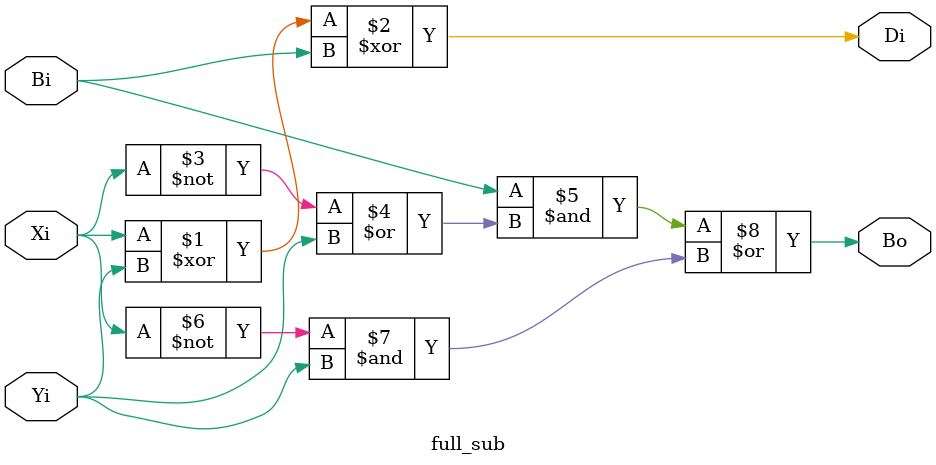
<source format=v>
module full_sub(
	input Xi,
	input Yi,
	input Bi,
	output Di,
	output Bo
);
assign Di=Xi^Yi^Bi;
assign Bo=Bi&(~Xi|Yi)|~Xi&Yi;
endmodule
</source>
